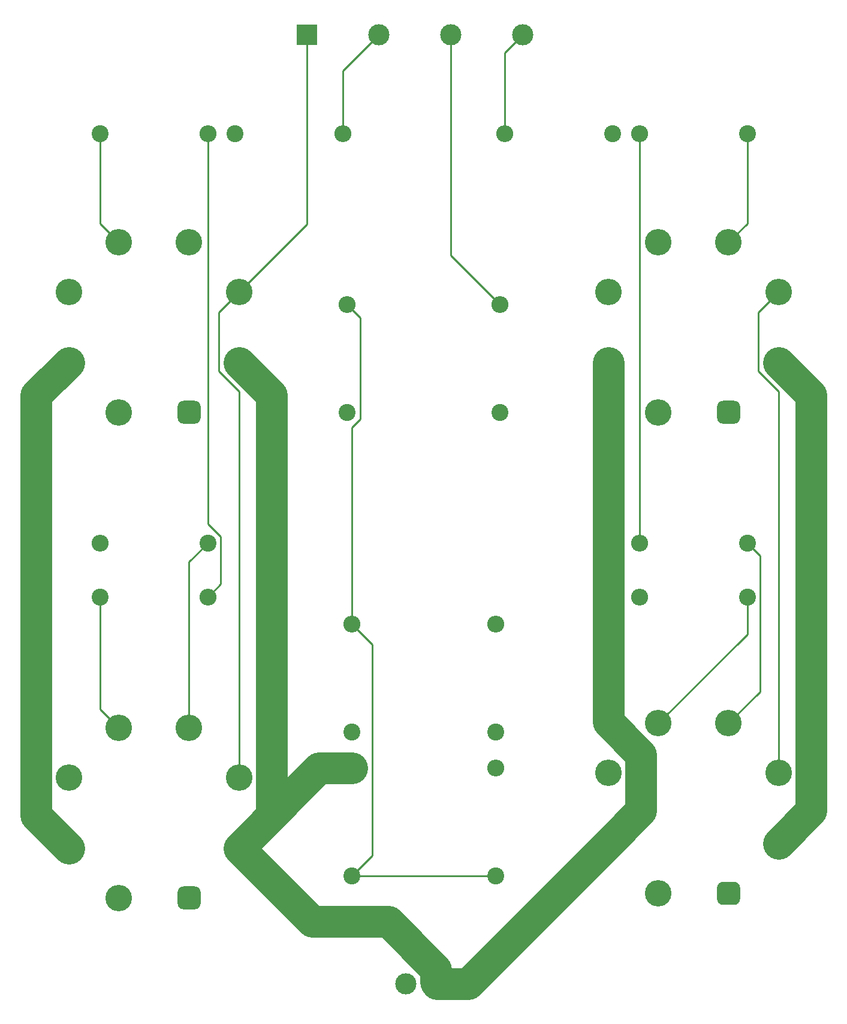
<source format=gbr>
%TF.GenerationSoftware,KiCad,Pcbnew,(5.1.12-1-10_14)*%
%TF.CreationDate,2022-01-04T16:21:17-08:00*%
%TF.ProjectId,pass-tube-array,70617373-2d74-4756-9265-2d6172726179,1.0*%
%TF.SameCoordinates,Original*%
%TF.FileFunction,Copper,L1,Top*%
%TF.FilePolarity,Positive*%
%FSLAX46Y46*%
G04 Gerber Fmt 4.6, Leading zero omitted, Abs format (unit mm)*
G04 Created by KiCad (PCBNEW (5.1.12-1-10_14)) date 2022-01-04 16:21:17*
%MOMM*%
%LPD*%
G01*
G04 APERTURE LIST*
%TA.AperFunction,ComponentPad*%
%ADD10O,2.400000X2.400000*%
%TD*%
%TA.AperFunction,ComponentPad*%
%ADD11C,2.400000*%
%TD*%
%TA.AperFunction,ComponentPad*%
%ADD12O,3.750000X3.750000*%
%TD*%
%TA.AperFunction,ComponentPad*%
%ADD13R,3.000000X3.000000*%
%TD*%
%TA.AperFunction,ComponentPad*%
%ADD14C,3.000000*%
%TD*%
%TA.AperFunction,Conductor*%
%ADD15C,0.250000*%
%TD*%
%TA.AperFunction,Conductor*%
%ADD16C,4.500000*%
%TD*%
G04 APERTURE END LIST*
D10*
%TO.P,R11,2*%
%TO.N,Net-(J1-Pad3)*%
X142875000Y-108585000D03*
D11*
%TO.P,R11,1*%
%TO.N,Net-(R11-Pad1)*%
X142875000Y-123825000D03*
%TD*%
D12*
%TO.P,U1,8*%
%TO.N,Net-(R2-Pad1)*%
X109960116Y-78685433D03*
%TO.P,U1,7*%
%TO.N,Filament_A*%
X102924567Y-71649884D03*
%TO.P,U1,6*%
%TO.N,N/C*%
X102924567Y-61700116D03*
%TO.P,U1,5*%
%TO.N,Net-(R1-Pad1)*%
X109960116Y-54664567D03*
%TO.P,U1,4*%
%TO.N,Net-(R3-Pad1)*%
X119909884Y-54664567D03*
%TO.P,U1,3*%
%TO.N,Net-(J1-Pad1)*%
X126945433Y-61700116D03*
%TO.P,U1,2*%
%TO.N,Filament_B*%
X126945433Y-71649884D03*
%TO.P,U1,1*%
%TO.N,N/C*%
%TA.AperFunction,ComponentPad*%
G36*
G01*
X118284884Y-79495433D02*
X118284884Y-77875433D01*
G75*
G02*
X119094884Y-77065433I810000J0D01*
G01*
X120724884Y-77065433D01*
G75*
G02*
X121534884Y-77875433I0J-810000D01*
G01*
X121534884Y-79495433D01*
G75*
G02*
X120724884Y-80305433I-810000J0D01*
G01*
X119094884Y-80305433D01*
G75*
G02*
X118284884Y-79495433I0J810000D01*
G01*
G37*
%TD.AperFunction*%
%TD*%
%TO.P,U2,8*%
%TO.N,Net-(R5-Pad1)*%
X186160116Y-78685433D03*
%TO.P,U2,7*%
%TO.N,Filament_B*%
X179124567Y-71649884D03*
%TO.P,U2,6*%
%TO.N,N/C*%
X179124567Y-61700116D03*
%TO.P,U2,5*%
%TO.N,Net-(R4-Pad1)*%
X186160116Y-54664567D03*
%TO.P,U2,4*%
%TO.N,Net-(R6-Pad1)*%
X196109884Y-54664567D03*
%TO.P,U2,3*%
%TO.N,Net-(J1-Pad1)*%
X203145433Y-61700116D03*
%TO.P,U2,2*%
%TO.N,Filament_A*%
X203145433Y-71649884D03*
%TO.P,U2,1*%
%TO.N,N/C*%
%TA.AperFunction,ComponentPad*%
G36*
G01*
X194484884Y-79495433D02*
X194484884Y-77875433D01*
G75*
G02*
X195294884Y-77065433I810000J0D01*
G01*
X196924884Y-77065433D01*
G75*
G02*
X197734884Y-77875433I0J-810000D01*
G01*
X197734884Y-79495433D01*
G75*
G02*
X196924884Y-80305433I-810000J0D01*
G01*
X195294884Y-80305433D01*
G75*
G02*
X194484884Y-79495433I0J810000D01*
G01*
G37*
%TD.AperFunction*%
%TD*%
%TO.P,U3,8*%
%TO.N,Net-(R8-Pad1)*%
X186160116Y-146630433D03*
%TO.P,U3,7*%
%TO.N,Filament_B*%
X179124567Y-139594884D03*
%TO.P,U3,6*%
%TO.N,N/C*%
X179124567Y-129645116D03*
%TO.P,U3,5*%
%TO.N,Net-(R7-Pad1)*%
X186160116Y-122609567D03*
%TO.P,U3,4*%
%TO.N,Net-(R9-Pad1)*%
X196109884Y-122609567D03*
%TO.P,U3,3*%
%TO.N,Net-(J1-Pad1)*%
X203145433Y-129645116D03*
%TO.P,U3,2*%
%TO.N,Filament_A*%
X203145433Y-139594884D03*
%TO.P,U3,1*%
%TO.N,N/C*%
%TA.AperFunction,ComponentPad*%
G36*
G01*
X194484884Y-147440433D02*
X194484884Y-145820433D01*
G75*
G02*
X195294884Y-145010433I810000J0D01*
G01*
X196924884Y-145010433D01*
G75*
G02*
X197734884Y-145820433I0J-810000D01*
G01*
X197734884Y-147440433D01*
G75*
G02*
X196924884Y-148250433I-810000J0D01*
G01*
X195294884Y-148250433D01*
G75*
G02*
X194484884Y-147440433I0J810000D01*
G01*
G37*
%TD.AperFunction*%
%TD*%
%TO.P,U4,8*%
%TO.N,Net-(R11-Pad1)*%
X109960116Y-147265433D03*
%TO.P,U4,7*%
%TO.N,Filament_A*%
X102924567Y-140229884D03*
%TO.P,U4,6*%
%TO.N,N/C*%
X102924567Y-130280116D03*
%TO.P,U4,5*%
%TO.N,Net-(R10-Pad1)*%
X109960116Y-123244567D03*
%TO.P,U4,4*%
%TO.N,Net-(R12-Pad1)*%
X119909884Y-123244567D03*
%TO.P,U4,3*%
%TO.N,Net-(J1-Pad1)*%
X126945433Y-130280116D03*
%TO.P,U4,2*%
%TO.N,Filament_B*%
X126945433Y-140229884D03*
%TO.P,U4,1*%
%TO.N,N/C*%
%TA.AperFunction,ComponentPad*%
G36*
G01*
X118284884Y-148075433D02*
X118284884Y-146455433D01*
G75*
G02*
X119094884Y-145645433I810000J0D01*
G01*
X120724884Y-145645433D01*
G75*
G02*
X121534884Y-146455433I0J-810000D01*
G01*
X121534884Y-148075433D01*
G75*
G02*
X120724884Y-148885433I-810000J0D01*
G01*
X119094884Y-148885433D01*
G75*
G02*
X118284884Y-148075433I0J810000D01*
G01*
G37*
%TD.AperFunction*%
%TD*%
D13*
%TO.P,J1,1*%
%TO.N,Net-(J1-Pad1)*%
X136525000Y-25400000D03*
D14*
%TO.P,J1,2*%
%TO.N,Net-(J1-Pad2)*%
X146685000Y-25400000D03*
%TO.P,J1,3*%
%TO.N,Net-(J1-Pad3)*%
X156845000Y-25400000D03*
%TO.P,J1,4*%
%TO.N,Net-(J1-Pad4)*%
X167005000Y-25400000D03*
%TD*%
D13*
%TO.P,J2,1*%
%TO.N,Filament_B*%
X155575000Y-159385000D03*
D14*
%TO.P,J2,2*%
%TO.N,Filament_A*%
X150495000Y-159385000D03*
%TD*%
D11*
%TO.P,R1,1*%
%TO.N,Net-(R1-Pad1)*%
X107315000Y-39370000D03*
D10*
%TO.P,R1,2*%
%TO.N,Net-(J1-Pad4)*%
X122555000Y-39370000D03*
%TD*%
D11*
%TO.P,R2,1*%
%TO.N,Net-(R2-Pad1)*%
X142240000Y-78740000D03*
D10*
%TO.P,R2,2*%
%TO.N,Net-(J1-Pad3)*%
X142240000Y-63500000D03*
%TD*%
D11*
%TO.P,R3,1*%
%TO.N,Net-(R3-Pad1)*%
X126365000Y-39370000D03*
D10*
%TO.P,R3,2*%
%TO.N,Net-(J1-Pad2)*%
X141605000Y-39370000D03*
%TD*%
%TO.P,R4,2*%
%TO.N,Net-(J1-Pad4)*%
X164465000Y-39370000D03*
D11*
%TO.P,R4,1*%
%TO.N,Net-(R4-Pad1)*%
X179705000Y-39370000D03*
%TD*%
D10*
%TO.P,R5,2*%
%TO.N,Net-(J1-Pad3)*%
X163830000Y-63500000D03*
D11*
%TO.P,R5,1*%
%TO.N,Net-(R5-Pad1)*%
X163830000Y-78740000D03*
%TD*%
D10*
%TO.P,R6,2*%
%TO.N,Net-(J1-Pad2)*%
X183515000Y-39370000D03*
D11*
%TO.P,R6,1*%
%TO.N,Net-(R6-Pad1)*%
X198755000Y-39370000D03*
%TD*%
%TO.P,R7,1*%
%TO.N,Net-(R7-Pad1)*%
X198755000Y-104775000D03*
D10*
%TO.P,R7,2*%
%TO.N,Net-(J1-Pad4)*%
X183515000Y-104775000D03*
%TD*%
D11*
%TO.P,R8,1*%
%TO.N,Net-(R8-Pad1)*%
X163195000Y-123825000D03*
D10*
%TO.P,R8,2*%
%TO.N,Net-(J1-Pad3)*%
X163195000Y-108585000D03*
%TD*%
D11*
%TO.P,R9,1*%
%TO.N,Net-(R9-Pad1)*%
X198755000Y-97155000D03*
D10*
%TO.P,R9,2*%
%TO.N,Net-(J1-Pad2)*%
X183515000Y-97155000D03*
%TD*%
%TO.P,R10,2*%
%TO.N,Net-(J1-Pad4)*%
X122555000Y-104775000D03*
D11*
%TO.P,R10,1*%
%TO.N,Net-(R10-Pad1)*%
X107315000Y-104775000D03*
%TD*%
D10*
%TO.P,R12,2*%
%TO.N,Net-(J1-Pad2)*%
X107315000Y-97155000D03*
D11*
%TO.P,R12,1*%
%TO.N,Net-(R12-Pad1)*%
X122555000Y-97155000D03*
%TD*%
%TO.P,R13,1*%
%TO.N,Net-(J1-Pad3)*%
X142875000Y-144145000D03*
D10*
%TO.P,R13,2*%
%TO.N,Filament_B*%
X142875000Y-128905000D03*
%TD*%
%TO.P,R14,2*%
%TO.N,Filament_A*%
X163195000Y-128905000D03*
D11*
%TO.P,R14,1*%
%TO.N,Net-(J1-Pad3)*%
X163195000Y-144145000D03*
%TD*%
D15*
%TO.N,Net-(J1-Pad1)*%
X124070424Y-64575125D02*
X126945433Y-61700116D01*
X126945433Y-75715762D02*
X124070424Y-72840753D01*
X124070424Y-72840753D02*
X124070424Y-64575125D01*
X136525000Y-52120549D02*
X126945433Y-61700116D01*
X136525000Y-25400000D02*
X136525000Y-52120549D01*
X200270424Y-64575125D02*
X203145433Y-61700116D01*
X200270424Y-72840753D02*
X200270424Y-64575125D01*
X203145433Y-75715762D02*
X200270424Y-72840753D01*
X203145433Y-129645116D02*
X203145433Y-75715762D01*
X126945433Y-130280116D02*
X126945433Y-75715762D01*
%TO.N,Net-(J1-Pad2)*%
X141605000Y-30480000D02*
X146685000Y-25400000D01*
X141605000Y-39370000D02*
X141605000Y-30480000D01*
X183515000Y-39370000D02*
X183515000Y-97155000D01*
%TO.N,Net-(J1-Pad3)*%
X156845000Y-56515000D02*
X163830000Y-63500000D01*
X156845000Y-25400000D02*
X156845000Y-56515000D01*
X142875000Y-144145000D02*
X163195000Y-144145000D01*
X145750010Y-111460010D02*
X142875000Y-108585000D01*
X145750010Y-141269990D02*
X145750010Y-111460010D01*
X142875000Y-144145000D02*
X145750010Y-141269990D01*
X144065001Y-79616001D02*
X144065001Y-65325001D01*
X144065001Y-65325001D02*
X142240000Y-63500000D01*
X142875000Y-80806002D02*
X144065001Y-79616001D01*
X142875000Y-108585000D02*
X142875000Y-80806002D01*
%TO.N,Net-(J1-Pad4)*%
X164465000Y-27940000D02*
X167005000Y-25400000D01*
X164465000Y-39370000D02*
X164465000Y-27940000D01*
X124380001Y-96278999D02*
X124380001Y-102949999D01*
X122555000Y-94453998D02*
X124380001Y-96278999D01*
X124380001Y-102949999D02*
X122555000Y-104775000D01*
X122555000Y-39370000D02*
X122555000Y-94453998D01*
%TO.N,Net-(R1-Pad1)*%
X107315000Y-52019451D02*
X109960116Y-54664567D01*
X107315000Y-39370000D02*
X107315000Y-52019451D01*
%TO.N,Net-(R6-Pad1)*%
X198755000Y-52019451D02*
X196109884Y-54664567D01*
X198755000Y-39370000D02*
X198755000Y-52019451D01*
%TO.N,Net-(R7-Pad1)*%
X198755000Y-110014683D02*
X186160116Y-122609567D01*
X198755000Y-104775000D02*
X198755000Y-110014683D01*
%TO.N,Net-(R9-Pad1)*%
X200580001Y-118139450D02*
X196109884Y-122609567D01*
X200580001Y-98980001D02*
X200580001Y-118139450D01*
X198755000Y-97155000D02*
X200580001Y-98980001D01*
%TO.N,Net-(R10-Pad1)*%
X107315000Y-120599451D02*
X109960116Y-123244567D01*
X107315000Y-104775000D02*
X107315000Y-120599451D01*
%TO.N,Net-(R12-Pad1)*%
X119909884Y-99800116D02*
X119909884Y-123244567D01*
X122555000Y-97155000D02*
X119909884Y-99800116D01*
D16*
%TO.N,Filament_B*%
X179124567Y-117339020D02*
X179124567Y-71649884D01*
X148035003Y-150635001D02*
X137350550Y-150635001D01*
X154745001Y-157344999D02*
X148035003Y-150635001D01*
X137350550Y-150635001D02*
X126945433Y-140229884D01*
X154745001Y-159190001D02*
X154745001Y-157344999D01*
X154940000Y-159385000D02*
X154745001Y-159190001D01*
X155575000Y-159385000D02*
X154940000Y-159385000D01*
X159334451Y-159385000D02*
X179124567Y-139594884D01*
X155575000Y-159385000D02*
X159334451Y-159385000D01*
X131570434Y-76274885D02*
X126945433Y-71649884D01*
X131570434Y-135604883D02*
X131570434Y-76274885D01*
X179124567Y-122419020D02*
X179124567Y-117339020D01*
X183749568Y-134969883D02*
X183749568Y-127044021D01*
X183749568Y-127044021D02*
X179124567Y-122419020D01*
X179124567Y-139594884D02*
X183749568Y-134969883D01*
X129142658Y-138032658D02*
X131570434Y-135604883D01*
X138270316Y-128905000D02*
X129142658Y-138032658D01*
X142875000Y-128905000D02*
X138270316Y-128905000D01*
X126945433Y-140229884D02*
X129142658Y-138032658D01*
%TO.N,Filament_A*%
X98299566Y-76274885D02*
X102924567Y-71649884D01*
X98299566Y-135604883D02*
X98299566Y-76274885D01*
X102924567Y-140229884D02*
X98299566Y-135604883D01*
X207770434Y-76274885D02*
X203145433Y-71649884D01*
X207770434Y-134969883D02*
X207770434Y-76274885D01*
X203145433Y-139594884D02*
X207770434Y-134969883D01*
%TD*%
M02*

</source>
